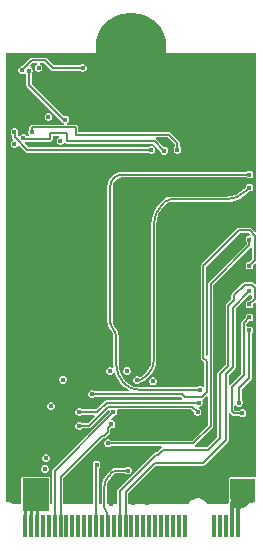
<source format=gbl>
G04*
G04 #@! TF.GenerationSoftware,Altium Limited,Altium Designer,24.4.1 (13)*
G04*
G04 Layer_Physical_Order=4*
G04 Layer_Color=16711680*
%FSLAX44Y44*%
%MOMM*%
G71*
G04*
G04 #@! TF.SameCoordinates,8810BBE3-700E-470D-A85D-18A7825838DF*
G04*
G04*
G04 #@! TF.FilePolarity,Positive*
G04*
G01*
G75*
%ADD50C,0.1778*%
%ADD51C,0.3048*%
%ADD52C,0.2540*%
%ADD54C,0.1905*%
%ADD56C,0.4064*%
%ADD58R,0.3500X1.9500*%
%ADD59C,0.2032*%
%ADD60C,6.0000*%
G36*
X215922Y265048D02*
X214748Y264562D01*
X211708Y267602D01*
X210973Y268093D01*
X210105Y268266D01*
X201000D01*
X200133Y268093D01*
X199398Y267602D01*
X169398Y237602D01*
X168906Y236867D01*
X168734Y236000D01*
Y157825D01*
X168906Y156958D01*
X169398Y156223D01*
X171559Y154061D01*
Y133907D01*
X170289Y133381D01*
X169870Y133799D01*
X168657Y134302D01*
X167343D01*
X166130Y133799D01*
X165596Y133266D01*
X116071D01*
X115898Y133231D01*
X113173Y133500D01*
X110386Y134345D01*
X107817Y135718D01*
X105566Y137566D01*
X104756Y138500D01*
X102842Y140834D01*
X100835Y144588D01*
X99599Y148663D01*
X99209Y152615D01*
X99266Y152900D01*
Y175757D01*
X99266Y175758D01*
X98840Y178995D01*
X97590Y182012D01*
X95602Y184602D01*
X95602Y184602D01*
X94874Y185571D01*
X94550Y186056D01*
X94232Y187655D01*
X94266Y187828D01*
Y302757D01*
X94237Y302905D01*
X94491Y304834D01*
X95293Y306770D01*
X96568Y308432D01*
X96568Y308432D01*
X96568Y308432D01*
X97567Y309203D01*
X98299Y309764D01*
X100318Y310600D01*
X102328Y310865D01*
X102484Y310834D01*
X207596D01*
X208130Y310301D01*
X209343Y309798D01*
X210657D01*
X211870Y310301D01*
X212799Y311230D01*
X213302Y312443D01*
Y313757D01*
X212799Y314970D01*
X211870Y315899D01*
X210657Y316402D01*
X209343D01*
X208130Y315899D01*
X207596Y315366D01*
X102484D01*
Y315369D01*
X99158Y314931D01*
X96058Y313647D01*
X93396Y311604D01*
X93398Y311602D01*
X91410Y309012D01*
X90160Y305995D01*
X89734Y302758D01*
X89734Y302757D01*
Y187828D01*
X89821Y187390D01*
X90072Y185482D01*
X90978Y183296D01*
X92418Y181418D01*
X92418D01*
X92444Y181417D01*
X93708Y179770D01*
X94509Y177834D01*
X94763Y175905D01*
X94734Y175757D01*
Y152900D01*
X94715D01*
X94981Y150199D01*
X93762Y149623D01*
X93701Y149683D01*
X92487Y150186D01*
X91174D01*
X89960Y149683D01*
X89031Y148754D01*
X88529Y147541D01*
Y146227D01*
X89031Y145013D01*
X89960Y144085D01*
X91174Y143582D01*
X92487D01*
X93701Y144085D01*
X94630Y145013D01*
X94690Y145158D01*
X96037Y145092D01*
X96708Y142879D01*
X99128Y138352D01*
X102384Y134384D01*
X102408Y134408D01*
X105336Y132004D01*
X107761Y130708D01*
X107443Y129438D01*
X79015D01*
X78481Y129972D01*
X77268Y130474D01*
X75954D01*
X74740Y129972D01*
X73812Y129043D01*
X73309Y127829D01*
Y126515D01*
X73812Y125302D01*
X74740Y124373D01*
X75954Y123870D01*
X77268D01*
X78481Y124373D01*
X79015Y124906D01*
X151889D01*
X153259Y123536D01*
X153171Y122965D01*
X152805Y122266D01*
X89000D01*
X88133Y122093D01*
X87398Y121602D01*
X80061Y114266D01*
X68404D01*
X67870Y114799D01*
X66657Y115302D01*
X65343D01*
X64130Y114799D01*
X63201Y113870D01*
X62698Y112657D01*
Y111343D01*
X63201Y110130D01*
X64130Y109201D01*
X65343Y108698D01*
X66657D01*
X67870Y109201D01*
X68404Y109734D01*
X78370D01*
X78856Y108561D01*
X72930Y102635D01*
X68392D01*
X67859Y103168D01*
X66645Y103671D01*
X65332D01*
X64118Y103168D01*
X63189Y102240D01*
X62686Y101026D01*
Y99712D01*
X63189Y98499D01*
X64118Y97570D01*
X65332Y97067D01*
X66645D01*
X67859Y97570D01*
X68392Y98103D01*
X73869D01*
X74736Y98275D01*
X75471Y98767D01*
X90245Y113540D01*
X90391Y113486D01*
X91491Y112875D01*
Y111696D01*
X43458Y63662D01*
X42966Y62927D01*
X42794Y62060D01*
Y34393D01*
X41435D01*
Y56000D01*
X41032Y56972D01*
X40060Y57375D01*
X18310D01*
X17338Y56972D01*
X16935Y56000D01*
Y34393D01*
X10137D01*
X10088Y34425D01*
X10088Y34425D01*
X8286Y35172D01*
X7699Y35289D01*
X7125Y35463D01*
X6150Y35559D01*
X5948Y35539D01*
X5750Y35578D01*
X4078D01*
X4078Y415922D01*
X215922D01*
X215922Y265048D01*
D02*
G37*
G36*
X212487Y250657D02*
Y241792D01*
X210097Y239402D01*
X209343D01*
X208130Y238899D01*
X207201Y237971D01*
X206698Y236757D01*
Y235443D01*
X207201Y234230D01*
X208130Y233301D01*
X209343Y232798D01*
X210657D01*
X211870Y233301D01*
X212799Y234230D01*
X213302Y235443D01*
Y236197D01*
X214748Y237644D01*
X215922Y237158D01*
Y220901D01*
X214748Y220415D01*
X213571Y221592D01*
X212836Y222083D01*
X211969Y222256D01*
X205990D01*
X205123Y222083D01*
X204387Y221592D01*
X195398Y212602D01*
X194907Y211867D01*
X194734Y211000D01*
Y207939D01*
X190398Y203602D01*
X189907Y202867D01*
X189734Y202000D01*
Y151939D01*
X183398Y145602D01*
X182906Y144867D01*
X182734Y144000D01*
Y90939D01*
X174061Y82266D01*
X164242D01*
X163512Y83443D01*
X163524Y83536D01*
X164176Y83972D01*
X178602Y98398D01*
X179093Y99133D01*
X179266Y100000D01*
X179266Y100000D01*
Y219232D01*
X211217Y251183D01*
X212487Y250657D01*
D02*
G37*
G36*
X210229Y262672D02*
X209703Y261402D01*
X209343D01*
X208130Y260899D01*
X207201Y259970D01*
X206698Y258757D01*
Y257443D01*
X207201Y256230D01*
X207734Y255696D01*
Y254109D01*
X175398Y221773D01*
X174907Y221038D01*
X174734Y220171D01*
Y160268D01*
X173464Y159589D01*
X173266Y159722D01*
Y235061D01*
X201939Y263734D01*
X209167D01*
X210229Y262672D01*
D02*
G37*
G36*
X212330Y210117D02*
Y208635D01*
X210097Y206402D01*
X209343D01*
X208130Y205899D01*
X207201Y204970D01*
X206698Y203757D01*
Y202443D01*
X207201Y201230D01*
X208130Y200301D01*
X209343Y199798D01*
X210657D01*
X211870Y200301D01*
X212799Y201230D01*
X213302Y202443D01*
Y203197D01*
X214748Y204644D01*
X215922Y204158D01*
X215922Y57517D01*
X214652Y56677D01*
X193657D01*
X192685Y56274D01*
X192282Y55302D01*
Y45051D01*
X192387Y44798D01*
Y44525D01*
X192472Y44319D01*
Y43552D01*
X192387Y43346D01*
Y43072D01*
X192282Y42820D01*
Y39013D01*
X192282Y39013D01*
X192529Y38416D01*
Y38344D01*
X192927Y37383D01*
Y36617D01*
X192529Y35656D01*
Y35584D01*
X192282Y34987D01*
X191217Y34393D01*
X174673D01*
X174123Y35217D01*
X172467Y36872D01*
X171144Y37757D01*
X171144Y37757D01*
X168981Y38652D01*
X168981Y38653D01*
X167421Y38963D01*
X165079D01*
X163519Y38653D01*
X163519Y38652D01*
X161356Y37757D01*
X160033Y36872D01*
X158377Y35217D01*
X157826Y34393D01*
X107326D01*
Y43121D01*
X130939Y66734D01*
X171000D01*
X171867Y66906D01*
X172602Y67398D01*
X191602Y86398D01*
X192094Y87133D01*
X192266Y88000D01*
Y110805D01*
X192965Y111171D01*
X193536Y111259D01*
X195398Y109398D01*
X196133Y108906D01*
X197000Y108734D01*
X201596D01*
X202130Y108201D01*
X203343Y107698D01*
X204657D01*
X205870Y108201D01*
X206799Y109130D01*
X207302Y110343D01*
Y111657D01*
X206799Y112870D01*
X205870Y113799D01*
X204657Y114302D01*
X203343D01*
X202130Y113799D01*
X201596Y113266D01*
X197939D01*
X197266Y113939D01*
Y117320D01*
X198536Y117794D01*
X199130Y117201D01*
X200343Y116698D01*
X201657D01*
X202870Y117201D01*
X203799Y118130D01*
X204302Y119343D01*
Y120657D01*
X203799Y121870D01*
X203266Y122404D01*
Y131061D01*
X211602Y139398D01*
X212094Y140133D01*
X212266Y141000D01*
Y178696D01*
X212799Y179230D01*
X213302Y180443D01*
Y181757D01*
X212799Y182971D01*
X211870Y183899D01*
X210657Y184402D01*
X209343D01*
X208536Y184068D01*
X207266Y184695D01*
Y186161D01*
X209903Y188798D01*
X210657D01*
X211870Y189301D01*
X212799Y190230D01*
X213302Y191443D01*
Y192757D01*
X212799Y193971D01*
X211870Y194899D01*
X210657Y195402D01*
X209343D01*
X208130Y194899D01*
X207201Y193971D01*
X206698Y192757D01*
Y192003D01*
X203398Y188702D01*
X202906Y187967D01*
X202734Y187100D01*
Y143939D01*
X193536Y134741D01*
X192965Y134829D01*
X192266Y135195D01*
Y143061D01*
X197602Y148398D01*
X197602Y148398D01*
X198094Y149133D01*
X198266Y150000D01*
X198266Y150000D01*
Y199161D01*
X209903Y210798D01*
X210657D01*
X211060Y210965D01*
X212330Y210117D01*
D02*
G37*
G36*
X174734Y124870D02*
Y100939D01*
X161635Y87840D01*
X92566D01*
X92033Y88373D01*
X90819Y88876D01*
X89506D01*
X88292Y88373D01*
X87363Y87444D01*
X86861Y86231D01*
Y84917D01*
X87363Y83704D01*
X88292Y82775D01*
X89506Y82272D01*
X90819D01*
X92033Y82775D01*
X92566Y83308D01*
X135022D01*
X135752Y82131D01*
X135739Y82038D01*
X135087Y81602D01*
X131481Y77996D01*
X130730D01*
X129863Y77823D01*
X129127Y77332D01*
X98458Y46662D01*
X97966Y45927D01*
X97794Y45060D01*
Y34393D01*
X89266D01*
Y48000D01*
X89215Y48258D01*
X89600Y51185D01*
X90829Y54152D01*
X92625Y56492D01*
X92843Y56638D01*
X95604Y59399D01*
X95651Y59470D01*
X96485Y60027D01*
X97470Y60223D01*
X97554Y60206D01*
X104545D01*
X105078Y59673D01*
X106292Y59170D01*
X107605D01*
X108819Y59673D01*
X109748Y60602D01*
X110250Y61815D01*
Y63129D01*
X109748Y64343D01*
X108819Y65272D01*
X107605Y65774D01*
X106292D01*
X105078Y65272D01*
X104545Y64738D01*
X97554D01*
X96885Y64605D01*
X95679Y64446D01*
X93931Y63722D01*
X92971Y62986D01*
X92400Y62604D01*
X89638Y59843D01*
X89486Y59616D01*
X87579Y57292D01*
X86034Y54400D01*
X85082Y51263D01*
X84786Y48264D01*
X84734Y48000D01*
Y34393D01*
X82296D01*
Y48644D01*
X82361Y48970D01*
X82266Y49446D01*
Y64768D01*
X82382Y64817D01*
X83311Y65745D01*
X83814Y66959D01*
Y68273D01*
X83311Y69486D01*
X82382Y70415D01*
X81169Y70918D01*
X79855D01*
X78642Y70415D01*
X77713Y69486D01*
X77210Y68273D01*
Y66959D01*
X77713Y65745D01*
X77734Y65724D01*
Y49325D01*
X77669Y49000D01*
X77764Y48524D01*
Y34393D01*
X52326D01*
Y56189D01*
X85871Y89734D01*
X87000D01*
X87867Y89906D01*
X88602Y90398D01*
X91412Y93207D01*
X91903Y93943D01*
X92076Y94810D01*
Y97259D01*
X93111Y98293D01*
X93714D01*
X94927Y98796D01*
X95856Y99725D01*
X96359Y100939D01*
Y102252D01*
X95856Y103466D01*
X94927Y104395D01*
X93714Y104897D01*
X92898D01*
X92352Y106147D01*
X95121Y108917D01*
X95450D01*
X96664Y109419D01*
X97593Y110348D01*
X98095Y111562D01*
Y112875D01*
X98059Y112964D01*
X98907Y114234D01*
X160561D01*
X162698Y112097D01*
Y111343D01*
X163201Y110130D01*
X164130Y109201D01*
X165343Y108698D01*
X166657D01*
X167870Y109201D01*
X168799Y110130D01*
X169302Y111343D01*
Y112657D01*
X168799Y113870D01*
X167870Y114799D01*
X166808Y115239D01*
X166657Y115428D01*
X166717Y115738D01*
X167482Y116698D01*
X167657D01*
X168870Y117201D01*
X169799Y118130D01*
X170302Y119343D01*
Y120657D01*
X169968Y121464D01*
X169972Y121644D01*
X170387Y122584D01*
X170610Y122855D01*
X170867Y122907D01*
X171602Y123398D01*
X173561Y125356D01*
X174734Y124870D01*
D02*
G37*
G36*
X215000Y36000D02*
X207000Y34000D01*
X205000Y31000D01*
X193657D01*
Y34987D01*
X193799Y35130D01*
X194302Y36343D01*
Y37657D01*
X193799Y38870D01*
X193657Y39013D01*
Y42820D01*
X193847Y43278D01*
Y44592D01*
X193657Y45051D01*
Y55302D01*
X215000D01*
Y36000D01*
D02*
G37*
G36*
X40060Y28000D02*
X18310D01*
Y56000D01*
X40060D01*
Y28000D01*
D02*
G37*
%LPC*%
G36*
X37000Y412138D02*
X25795D01*
X24928Y411965D01*
X24193Y411474D01*
X17528Y404809D01*
X16774D01*
X15560Y404306D01*
X14631Y403377D01*
X14128Y402164D01*
Y400850D01*
X14631Y399637D01*
X15560Y398708D01*
X16774Y398205D01*
X18087D01*
X19301Y398708D01*
X19368Y398775D01*
X19995Y398969D01*
X21120Y398070D01*
Y388614D01*
X21293Y387747D01*
X21784Y387011D01*
X50311Y358484D01*
X51046Y357993D01*
X51089Y357985D01*
X51175Y357779D01*
X52104Y356850D01*
X52861Y356536D01*
X52609Y355266D01*
X26000D01*
X25133Y355093D01*
X24398Y354602D01*
X23907Y353867D01*
X23734Y353000D01*
Y351404D01*
X23201Y350870D01*
X22698Y349657D01*
Y348343D01*
X23201Y347130D01*
X23572Y346758D01*
X23046Y345488D01*
X21474D01*
X21318Y345865D01*
X20389Y346794D01*
X19176Y347296D01*
X17862D01*
X16648Y346794D01*
X15720Y345865D01*
X14397Y345784D01*
X14186Y345964D01*
X13799Y347130D01*
X14302Y348343D01*
Y349657D01*
X13799Y350870D01*
X12870Y351799D01*
X11657Y352302D01*
X10343D01*
X9130Y351799D01*
X8201Y350870D01*
X7698Y349657D01*
Y348343D01*
X8201Y347130D01*
X9130Y346201D01*
X9171Y346183D01*
Y344638D01*
X9344Y343771D01*
X9610Y343373D01*
X9456Y342284D01*
X9233Y341842D01*
X9130Y341799D01*
X8201Y340870D01*
X7698Y339657D01*
Y338343D01*
X8201Y337130D01*
X9130Y336201D01*
X10343Y335698D01*
X11657D01*
X12870Y336201D01*
X13799Y337130D01*
X13842Y337233D01*
X15340Y337531D01*
X20441Y332429D01*
X21176Y331938D01*
X22043Y331766D01*
X124505D01*
X125039Y331232D01*
X126252Y330730D01*
X127566D01*
X128779Y331232D01*
X129708Y332161D01*
X130211Y333375D01*
Y334688D01*
X129708Y335902D01*
X128779Y336831D01*
X127566Y337334D01*
X126252D01*
X125039Y336831D01*
X124505Y336298D01*
X22982D01*
X19732Y339548D01*
X19780Y340398D01*
X20120Y340956D01*
X41000D01*
X41867Y341128D01*
X42602Y341620D01*
X43094Y342355D01*
X43266Y343222D01*
Y345734D01*
X48548D01*
X48801Y344464D01*
X48045Y344151D01*
X47116Y343222D01*
X46613Y342008D01*
Y340695D01*
X47116Y339481D01*
X48045Y338552D01*
X49258Y338050D01*
X50572D01*
X51786Y338552D01*
X52431Y339197D01*
X52862Y339482D01*
X54094Y339494D01*
X54225Y339407D01*
X55092Y339234D01*
X128698D01*
X134521Y333411D01*
Y332657D01*
X135023Y331443D01*
X135952Y330514D01*
X137166Y330012D01*
X138480D01*
X139693Y330514D01*
X140622Y331443D01*
X141125Y332657D01*
Y333970D01*
X140622Y335184D01*
X139693Y336113D01*
X138480Y336616D01*
X137725D01*
X131239Y343102D01*
X130698Y343464D01*
X130755Y344301D01*
X130909Y344734D01*
X141061D01*
X146758Y339038D01*
Y336579D01*
X146224Y336046D01*
X145722Y334832D01*
Y333518D01*
X146224Y332305D01*
X147153Y331376D01*
X148367Y330873D01*
X149680D01*
X150894Y331376D01*
X151823Y332305D01*
X152326Y333518D01*
Y334832D01*
X151823Y336046D01*
X151290Y336579D01*
Y339976D01*
X151117Y340844D01*
X150626Y341579D01*
X143602Y348602D01*
X142867Y349094D01*
X142000Y349266D01*
X65005D01*
Y353000D01*
X64833Y353867D01*
X64342Y354602D01*
X63607Y355093D01*
X62739Y355266D01*
X55339D01*
X55087Y356536D01*
X55844Y356850D01*
X56773Y357779D01*
X57276Y358992D01*
Y360306D01*
X56773Y361520D01*
X55844Y362449D01*
X54631Y362951D01*
X53317D01*
X52565Y362640D01*
X25652Y389552D01*
Y398619D01*
X26186Y399152D01*
X26688Y400366D01*
Y401680D01*
X26186Y402893D01*
X25257Y403822D01*
X24896Y403972D01*
X24598Y405470D01*
X26734Y407606D01*
X30141D01*
X30394Y406336D01*
X29543Y405984D01*
X28614Y405055D01*
X28112Y403841D01*
Y402527D01*
X28614Y401314D01*
X29543Y400385D01*
X30757Y399882D01*
X32071D01*
X33284Y400385D01*
X34213Y401314D01*
X34716Y402527D01*
Y403841D01*
X34213Y405055D01*
X33284Y405984D01*
X32434Y406336D01*
X32687Y407606D01*
X36061D01*
X41983Y401684D01*
X42718Y401193D01*
X43585Y401021D01*
X43585Y401021D01*
X66310D01*
X66843Y400487D01*
X68057Y399985D01*
X69370D01*
X70584Y400487D01*
X71513Y401416D01*
X72015Y402630D01*
Y403943D01*
X71513Y405157D01*
X70584Y406086D01*
X69370Y406589D01*
X68057D01*
X66843Y406086D01*
X66310Y405553D01*
X44524D01*
X38602Y411474D01*
X37867Y411965D01*
X37000Y412138D01*
D02*
G37*
G36*
X40480Y365157D02*
X39167D01*
X37953Y364655D01*
X37024Y363726D01*
X36521Y362512D01*
Y361198D01*
X37024Y359985D01*
X37953Y359056D01*
X39167Y358553D01*
X40480D01*
X41694Y359056D01*
X42623Y359985D01*
X43126Y361198D01*
Y362512D01*
X42623Y363726D01*
X41694Y364655D01*
X40480Y365157D01*
D02*
G37*
G36*
X210657Y305402D02*
X209343D01*
X208130Y304899D01*
X207201Y303971D01*
X206698Y302757D01*
Y302003D01*
X205737Y301042D01*
X205562Y300780D01*
X202283Y298088D01*
X198267Y295942D01*
X193910Y294620D01*
X189688Y294205D01*
X189379Y294266D01*
X142828D01*
X142390Y294179D01*
X140482Y293928D01*
X138296Y293022D01*
X136769Y291851D01*
X136398Y291602D01*
X134837Y290042D01*
X134734Y289888D01*
X132035Y286728D01*
X129769Y283029D01*
X128109Y279021D01*
X127096Y274804D01*
X126770Y270660D01*
X126734Y270479D01*
Y155532D01*
X126787Y155263D01*
X126390Y152240D01*
X125119Y149173D01*
X123263Y146755D01*
X123035Y146602D01*
X119607Y143174D01*
X119546Y143082D01*
X118276Y142108D01*
X117064Y141606D01*
X116870Y141799D01*
X115657Y142302D01*
X114343D01*
X113130Y141799D01*
X112201Y140870D01*
X111698Y139657D01*
Y138343D01*
X112201Y137130D01*
X113130Y136201D01*
X114343Y135698D01*
X115657D01*
X116870Y136201D01*
X117783Y137113D01*
X117856Y137123D01*
X120518Y138225D01*
X122653Y139864D01*
X122812Y139970D01*
X126240Y143398D01*
X126378Y143605D01*
X128354Y146012D01*
X129937Y148974D01*
X130912Y152189D01*
X131217Y155288D01*
X131266Y155532D01*
Y270479D01*
X131205Y270788D01*
X131620Y275010D01*
X132942Y279367D01*
X135088Y283382D01*
X137780Y286662D01*
X138042Y286837D01*
X139602Y288398D01*
X139701Y288545D01*
X141056Y289450D01*
X142655Y289769D01*
X142828Y289734D01*
X189379D01*
X189560Y289770D01*
X193703Y290096D01*
X197921Y291109D01*
X201929Y292769D01*
X205628Y295035D01*
X208788Y297734D01*
X208942Y297837D01*
X209903Y298798D01*
X210657D01*
X211870Y299301D01*
X212799Y300230D01*
X213302Y301443D01*
Y302757D01*
X212799Y303971D01*
X211870Y304899D01*
X210657Y305402D01*
D02*
G37*
G36*
X106834Y150302D02*
X105521D01*
X104307Y149799D01*
X103378Y148870D01*
X102876Y147657D01*
Y146343D01*
X103378Y145130D01*
X104307Y144201D01*
X105521Y143698D01*
X106834D01*
X108048Y144201D01*
X108977Y145130D01*
X109480Y146343D01*
Y147657D01*
X108977Y148870D01*
X108048Y149799D01*
X106834Y150302D01*
D02*
G37*
G36*
X52759Y142744D02*
X51445D01*
X50232Y142241D01*
X49303Y141313D01*
X48800Y140099D01*
Y138785D01*
X49303Y137572D01*
X50232Y136643D01*
X51445Y136140D01*
X52759D01*
X53972Y136643D01*
X54901Y137572D01*
X55404Y138785D01*
Y140099D01*
X54901Y141313D01*
X53972Y142241D01*
X52759Y142744D01*
D02*
G37*
G36*
X128871Y141302D02*
X127558D01*
X126344Y140799D01*
X125415Y139870D01*
X124912Y138657D01*
Y137343D01*
X125415Y136130D01*
X126344Y135201D01*
X127558Y134698D01*
X128871D01*
X130085Y135201D01*
X131014Y136130D01*
X131516Y137343D01*
Y138657D01*
X131014Y139870D01*
X130085Y140799D01*
X128871Y141302D01*
D02*
G37*
G36*
X42449Y120544D02*
X41135D01*
X39922Y120041D01*
X38993Y119112D01*
X38490Y117898D01*
Y116585D01*
X38993Y115371D01*
X39922Y114442D01*
X41135Y113940D01*
X42449D01*
X43663Y114442D01*
X44591Y115371D01*
X45094Y116585D01*
Y117898D01*
X44591Y119112D01*
X43663Y120041D01*
X42449Y120544D01*
D02*
G37*
G36*
X38415Y76302D02*
X37101D01*
X35887Y75799D01*
X34959Y74870D01*
X34456Y73657D01*
Y72343D01*
X34959Y71130D01*
X35887Y70201D01*
X37101Y69698D01*
X38415D01*
X39628Y70201D01*
X40557Y71130D01*
X41060Y72343D01*
Y73657D01*
X40557Y74870D01*
X39628Y75799D01*
X38415Y76302D01*
D02*
G37*
G36*
X37657Y67302D02*
X36343D01*
X35130Y66799D01*
X34201Y65870D01*
X33698Y64657D01*
Y63343D01*
X34201Y62130D01*
X35130Y61201D01*
X36343Y60698D01*
X37657D01*
X38870Y61201D01*
X39799Y62130D01*
X40302Y63343D01*
Y64657D01*
X39799Y65870D01*
X38870Y66799D01*
X37657Y67302D01*
D02*
G37*
%LPD*%
D50*
X97000Y152900D02*
G03*
X104000Y136000I23899J0D01*
G01*
D02*
G03*
X116071Y131000I12071J12071D01*
G01*
X124638Y145000D02*
G03*
X129000Y155532I-10532J10532D01*
G01*
X115000Y139000D02*
G03*
X121210Y141572I0J8782D01*
G01*
X92000Y187828D02*
G03*
X94000Y183000I6828J0D01*
G01*
X97000Y175757D02*
G03*
X94000Y183000I-10243J0D01*
G01*
X102484Y313100D02*
G03*
X95000Y310000I0J-10584D01*
G01*
D02*
G03*
X92000Y302757I7243J-7243D01*
G01*
X189379Y292000D02*
G03*
X207339Y299440I0J25400D01*
G01*
X142828Y292000D02*
G03*
X138000Y290000I0J-6828D01*
G01*
X136440Y288440D02*
G03*
X129000Y270479I17960J-17960D01*
G01*
X87000Y31711D02*
G03*
X88756Y27473I5994J0D01*
G01*
X91240Y58240D02*
G03*
X87000Y48000I10245J-10240D01*
G01*
X91243Y58243D02*
G03*
X91240Y58240I10243J-10243D01*
G01*
X94002Y61002D02*
G03*
X94000Y61000I3553J-3556D01*
G01*
X97554Y62472D02*
G03*
X94002Y61002I0J-5027D01*
G01*
D51*
X205985Y33450D02*
X211156Y38620D01*
X203450Y33450D02*
X205985D01*
X200060Y30060D02*
X203450Y33450D01*
X195060Y31114D02*
X204000Y40054D01*
X195060Y15250D02*
Y31114D01*
X200060Y15250D02*
Y30060D01*
D52*
X20060Y15250D02*
Y30000D01*
X25060Y15250D02*
Y32027D01*
X30060Y15250D02*
Y31802D01*
D54*
X90060Y24324D02*
G03*
X88756Y27473I-4453J0D01*
G01*
X11437Y344638D02*
Y347036D01*
X22043Y334032D02*
X126909D01*
X11437Y344638D02*
X22043Y334032D01*
X11413Y347060D02*
X11437Y347036D01*
X11413Y347060D02*
Y348587D01*
X11000Y349000D02*
X11413Y348587D01*
X211969Y219990D02*
X214596Y217362D01*
X197000Y211000D02*
X205990Y219990D01*
X211969D01*
X210000Y203100D02*
X214596Y207696D01*
Y217362D01*
X210105Y266000D02*
X214753Y261353D01*
Y240853D02*
Y261353D01*
X210000Y236100D02*
X214753Y240853D01*
X171000Y69000D02*
X190000Y88000D01*
X130000Y69000D02*
X171000D01*
X105060Y44060D02*
X130000Y69000D01*
X195000Y113000D02*
Y133000D01*
X197000Y111000D02*
X204000D01*
X195000Y113000D02*
X197000Y111000D01*
X170000Y125000D02*
X173825Y128825D01*
X171000Y157825D02*
Y236000D01*
Y157825D02*
X173825Y155000D01*
Y128825D02*
Y155000D01*
X62739Y347000D02*
X142000D01*
X26000Y353000D02*
X62739D01*
Y347000D02*
Y353000D01*
X26000Y349000D02*
Y353000D01*
X18519Y343222D02*
X41000D01*
Y348000D01*
X55092D01*
X18519Y343222D02*
Y343994D01*
X55092Y341500D02*
X129636D01*
X55092D02*
Y348000D01*
X142000Y347000D02*
X149024Y339976D01*
Y334175D02*
Y339976D01*
X171000Y236000D02*
X201000Y266000D01*
X210105D01*
X155000Y125000D02*
X170000D01*
X76611Y127172D02*
X152828D01*
X155000Y125000D01*
X162574Y85574D02*
X177000Y100000D01*
Y220171D02*
X210000Y253171D01*
X177000Y100000D02*
Y220171D01*
X210000Y253171D02*
Y258100D01*
X90162Y85574D02*
X162574D01*
X97000Y152900D02*
Y175757D01*
X116071Y131000D02*
X168000D01*
X129000Y155532D02*
Y270479D01*
X121210Y141572D02*
X124638Y145000D01*
X185000Y90000D02*
Y144000D01*
X175000Y80000D02*
X185000Y90000D01*
Y144000D02*
X192000Y151000D01*
X190000Y88000D02*
Y144000D01*
X196000Y150000D01*
X92000Y187828D02*
Y302757D01*
X102484Y313100D02*
X210000D01*
X207339Y299440D02*
X210000Y302100D01*
X142828Y292000D02*
X189379D01*
X136440Y288440D02*
X138000Y290000D01*
X94793Y111793D02*
Y112219D01*
X45060Y62060D02*
X94793Y111793D01*
X45060Y15250D02*
Y62060D01*
X93057Y101444D02*
Y101595D01*
X89810Y98197D02*
X93057Y101444D01*
X89810Y94810D02*
Y98197D01*
X87000Y92000D02*
X89810Y94810D01*
X50060Y57128D02*
X84932Y92000D01*
X87000D01*
X50060Y15250D02*
Y57128D01*
X205000Y187100D02*
X210000Y192100D01*
X205000Y143000D02*
Y187100D01*
X195000Y133000D02*
X205000Y143000D01*
X210000Y141000D02*
Y181100D01*
X201000Y132000D02*
X210000Y141000D01*
X201000Y120000D02*
Y132000D01*
X90000Y116500D02*
X161500D01*
X166000Y112000D01*
X65988Y100369D02*
X73869D01*
X90000Y116500D01*
X89000Y120000D02*
X167000D01*
X81000Y112000D02*
X89000Y120000D01*
X66000Y112000D02*
X81000D01*
X100060Y45060D02*
X130730Y75730D01*
X197000Y207000D02*
Y211000D01*
X192000Y151000D02*
Y202000D01*
X197000Y207000D01*
X136690Y80000D02*
X175000D01*
X130730Y75730D02*
X132419D01*
X136690Y80000D01*
X196000Y150000D02*
Y200100D01*
X210000Y214100D01*
X100060Y15250D02*
Y45060D01*
X105060Y15250D02*
Y44060D01*
X80000Y67104D02*
X80512Y67616D01*
X80000Y49000D02*
Y67104D01*
X87000Y31711D02*
Y48000D01*
X94000Y61000D02*
X94002Y61002D01*
X91243Y58243D02*
X94000Y61000D01*
X91240Y58240D02*
X91243Y58243D01*
X97554Y62472D02*
X106948D01*
X129636Y341500D02*
X137823Y333314D01*
X17430Y401507D02*
X25795Y409872D01*
X37000D01*
X43585Y403287D02*
X68713D01*
X37000Y409872D02*
X43585Y403287D01*
X53537Y360087D02*
X53974Y359649D01*
X51913Y360087D02*
X53537D01*
X23386Y388614D02*
X51913Y360087D01*
X23386Y388614D02*
Y401023D01*
X90060Y15250D02*
Y24324D01*
X80030Y15280D02*
Y48970D01*
D56*
X211156Y38620D02*
D03*
X126000Y100000D02*
D03*
X104000Y107000D02*
D03*
X209830Y407680D02*
D03*
Y397520D02*
D03*
Y387360D02*
D03*
Y377200D02*
D03*
Y367040D02*
D03*
Y356880D02*
D03*
Y346720D02*
D03*
Y336560D02*
D03*
Y326400D02*
D03*
X199670Y407680D02*
D03*
Y397520D02*
D03*
Y387360D02*
D03*
Y377200D02*
D03*
Y367040D02*
D03*
Y356880D02*
D03*
Y346720D02*
D03*
Y336560D02*
D03*
Y326400D02*
D03*
X189510Y387360D02*
D03*
Y367040D02*
D03*
Y356880D02*
D03*
Y346720D02*
D03*
Y336560D02*
D03*
Y326400D02*
D03*
X179350Y367040D02*
D03*
Y356880D02*
D03*
Y346720D02*
D03*
Y336560D02*
D03*
X169190Y407680D02*
D03*
X159030Y387360D02*
D03*
Y377200D02*
D03*
Y356880D02*
D03*
Y346720D02*
D03*
Y336560D02*
D03*
X148870Y387360D02*
D03*
Y346720D02*
D03*
X138710Y397520D02*
D03*
Y387360D02*
D03*
X128550D02*
D03*
X118390D02*
D03*
X98070D02*
D03*
X87910Y306080D02*
D03*
X77750Y407680D02*
D03*
Y387360D02*
D03*
Y356880D02*
D03*
X67590Y397520D02*
D03*
Y306080D02*
D03*
Y295920D02*
D03*
Y285760D02*
D03*
Y275600D02*
D03*
X190545Y43935D02*
D03*
X115000Y146000D02*
D03*
X106178Y147000D02*
D03*
X115000Y139000D02*
D03*
X168000Y131000D02*
D03*
X204000Y111000D02*
D03*
X166000Y112000D02*
D03*
X201000Y120000D02*
D03*
X167000D02*
D03*
X154373Y105997D02*
D03*
X210000Y181100D02*
D03*
Y192100D02*
D03*
X76611Y127172D02*
D03*
X52102Y139442D02*
D03*
X53051Y126729D02*
D03*
X41792Y117242D02*
D03*
X39452Y130651D02*
D03*
X12000Y65000D02*
D03*
Y74000D02*
D03*
X37758Y73000D02*
D03*
X37000Y64000D02*
D03*
X206000Y52000D02*
D03*
X197000D02*
D03*
X207000Y77000D02*
D03*
X198000D02*
D03*
X204000Y40054D02*
D03*
X191000Y37000D02*
D03*
X90162Y85574D02*
D03*
X80512Y67616D02*
D03*
X106948Y62472D02*
D03*
X93057Y101595D02*
D03*
X94793Y112219D02*
D03*
X65988Y100369D02*
D03*
X66000Y112000D02*
D03*
X145027Y145180D02*
D03*
X128214Y138000D02*
D03*
X181826Y161442D02*
D03*
X148849Y161221D02*
D03*
X138262Y162104D02*
D03*
X83228D02*
D03*
X83000Y146000D02*
D03*
X91831Y146884D02*
D03*
X37000Y194600D02*
D03*
X58000D02*
D03*
X79000D02*
D03*
X100000Y194000D02*
D03*
X121000Y194600D02*
D03*
X142000D02*
D03*
X163000D02*
D03*
X184000Y194600D02*
D03*
X37000Y215600D02*
D03*
X58000D02*
D03*
X79000D02*
D03*
X100000Y215000D02*
D03*
X121000Y215600D02*
D03*
X142000D02*
D03*
X163000D02*
D03*
X184000Y215600D02*
D03*
X37000Y236600D02*
D03*
X58000D02*
D03*
X79000D02*
D03*
X100000Y236000D02*
D03*
X121000Y236600D02*
D03*
X142000D02*
D03*
X163000D02*
D03*
X184000Y236600D02*
D03*
X37000Y257000D02*
D03*
X58000D02*
D03*
X79000D02*
D03*
X100000Y256400D02*
D03*
X121000Y257000D02*
D03*
X142000D02*
D03*
X163000D02*
D03*
X184000Y257000D02*
D03*
X37000Y278600D02*
D03*
X58000D02*
D03*
X79000D02*
D03*
X100000Y278000D02*
D03*
X121000Y278600D02*
D03*
X142000D02*
D03*
X163000D02*
D03*
X184000Y278600D02*
D03*
Y299600D02*
D03*
X163000Y299600D02*
D03*
X142000D02*
D03*
X121000D02*
D03*
X100000Y299000D02*
D03*
X79000Y299600D02*
D03*
X58000D02*
D03*
X37000D02*
D03*
X210000Y203100D02*
D03*
Y214100D02*
D03*
Y236100D02*
D03*
Y258100D02*
D03*
Y302100D02*
D03*
Y313100D02*
D03*
X149024Y334175D02*
D03*
X137823Y333314D02*
D03*
X126909Y334032D02*
D03*
X17430Y401507D02*
D03*
X68713Y403287D02*
D03*
X14291Y409878D02*
D03*
X11151Y401828D02*
D03*
X53974Y359649D02*
D03*
X23386Y401023D02*
D03*
X51000Y371000D02*
D03*
X50396Y377474D02*
D03*
X31414Y403184D02*
D03*
X11000Y339000D02*
D03*
X18519Y343994D02*
D03*
X26000Y349000D02*
D03*
X11000D02*
D03*
X49915Y341352D02*
D03*
X39824Y361855D02*
D03*
X63000Y38000D02*
D03*
X176000Y44000D02*
D03*
X111000Y35000D02*
D03*
X152000Y36000D02*
D03*
X137000D02*
D03*
X123000Y35000D02*
D03*
X93000Y34000D02*
D03*
X33000Y31000D02*
D03*
Y38000D02*
D03*
X32880Y45166D02*
D03*
X33000Y51645D02*
D03*
X15000Y50312D02*
D03*
X12791Y42000D02*
D03*
X6395Y41971D02*
D03*
X6826Y50312D02*
D03*
D58*
X140060Y15250D02*
D03*
X135060D02*
D03*
X130060D02*
D03*
X125060D02*
D03*
X120060D02*
D03*
X115060D02*
D03*
X110060D02*
D03*
X155060D02*
D03*
X150060D02*
D03*
X80060D02*
D03*
X90060D02*
D03*
X85060D02*
D03*
X95060D02*
D03*
X75060D02*
D03*
X70060D02*
D03*
X65060D02*
D03*
X60060D02*
D03*
X55060D02*
D03*
X50060D02*
D03*
X45060D02*
D03*
X40060D02*
D03*
X35060D02*
D03*
X30060D02*
D03*
X25060D02*
D03*
X100060D02*
D03*
X105060D02*
D03*
X145060D02*
D03*
X185060D02*
D03*
X200060D02*
D03*
X195060D02*
D03*
X190060D02*
D03*
X180060D02*
D03*
X20060D02*
D03*
D59*
X80030Y15280D02*
X80060Y15250D01*
X80000Y49000D02*
X80030Y48970D01*
D60*
X110000Y420000D02*
D03*
M02*

</source>
